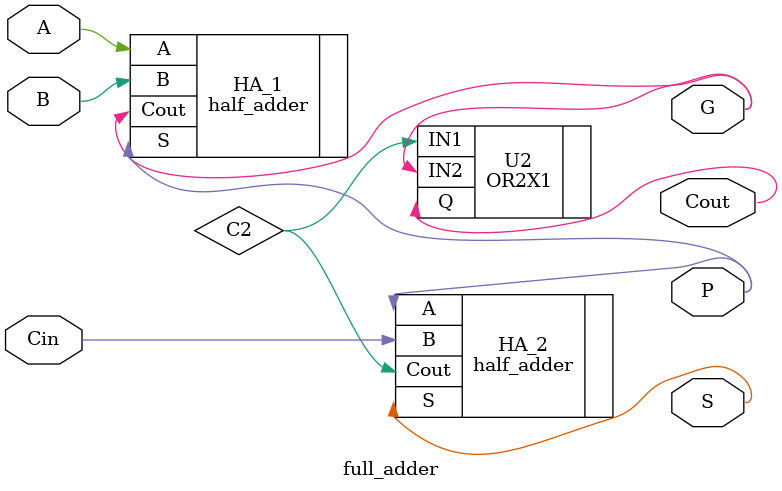
<source format=v>

module full_adder ( A, B, Cin, P, G, Cout, S );
  input A, B, Cin;
  output P, G, Cout, S;
  wire   C2;

  half_adder HA_1 ( .A(A), .B(B), .Cout(G), .S(P) );
  half_adder HA_2 ( .A(P), .B(Cin), .Cout(C2), .S(S) );
  OR2X1 U2 ( .IN1(C2), .IN2(G), .Q(Cout) );
endmodule


</source>
